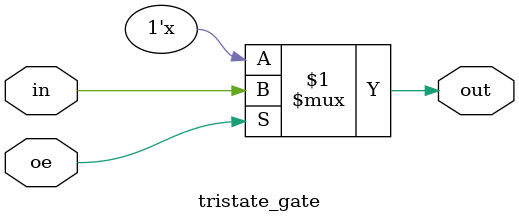
<source format=v>
module tristate_gate(in, oe, out);
    input  in, oe;
    output out;

    bufif1 b1(out, in, oe); // active-high oe

endmodule
</source>
